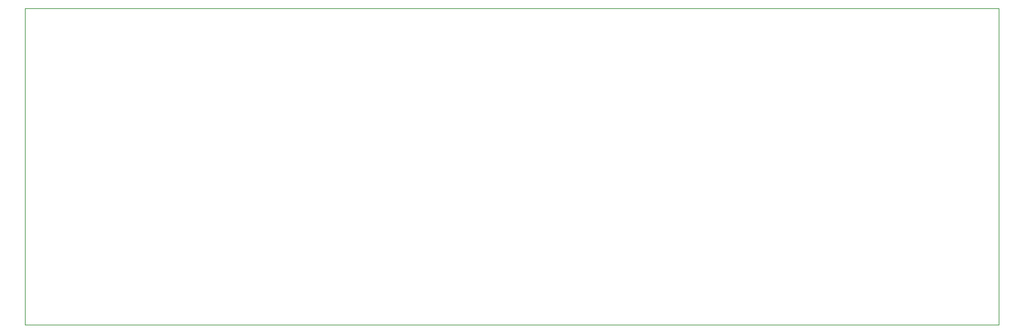
<source format=gbr>
%TF.GenerationSoftware,KiCad,Pcbnew,6.0.5*%
%TF.CreationDate,2022-06-14T18:54:29+02:00*%
%TF.ProjectId,usb host hub,75736220-686f-4737-9420-6875622e6b69,rev?*%
%TF.SameCoordinates,Original*%
%TF.FileFunction,Profile,NP*%
%FSLAX46Y46*%
G04 Gerber Fmt 4.6, Leading zero omitted, Abs format (unit mm)*
G04 Created by KiCad (PCBNEW 6.0.5) date 2022-06-14 18:54:29*
%MOMM*%
%LPD*%
G01*
G04 APERTURE LIST*
%TA.AperFunction,Profile*%
%ADD10C,0.100000*%
%TD*%
G04 APERTURE END LIST*
D10*
X49530000Y-56134000D02*
X178562000Y-56134000D01*
X178562000Y-56134000D02*
X178562000Y-98069400D01*
X178562000Y-98069400D02*
X49530000Y-98069400D01*
X49530000Y-98069400D02*
X49530000Y-56134000D01*
M02*

</source>
